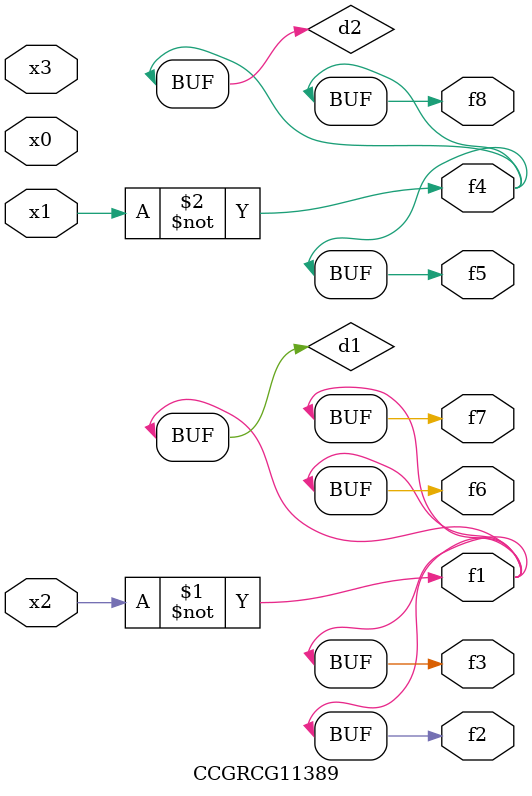
<source format=v>
module CCGRCG11389(
	input x0, x1, x2, x3,
	output f1, f2, f3, f4, f5, f6, f7, f8
);

	wire d1, d2;

	xnor (d1, x2);
	not (d2, x1);
	assign f1 = d1;
	assign f2 = d1;
	assign f3 = d1;
	assign f4 = d2;
	assign f5 = d2;
	assign f6 = d1;
	assign f7 = d1;
	assign f8 = d2;
endmodule

</source>
